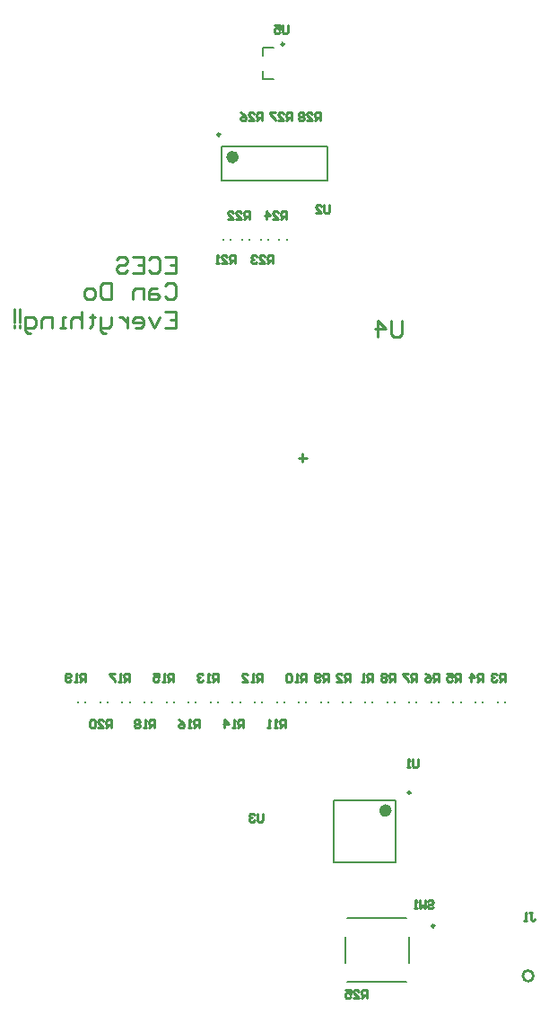
<source format=gbo>
G04*
G04 #@! TF.GenerationSoftware,Altium Limited,Altium Designer,18.1.9 (240)*
G04*
G04 Layer_Color=32896*
%FSLAX25Y25*%
%MOIN*%
G70*
G01*
G75*
%ADD10C,0.01000*%
%ADD11C,0.00787*%
%ADD45C,0.00984*%
%ADD46C,0.02362*%
D10*
X199900Y13200D02*
G03*
X199900Y13200I-2000J0D01*
G01*
X112600Y205400D02*
X115600D01*
X114100Y203900D02*
Y206900D01*
X63001Y279992D02*
X67000D01*
Y273994D01*
X63001D01*
X67000Y276993D02*
X65001D01*
X57003Y278993D02*
X58003Y279992D01*
X60002D01*
X61002Y278993D01*
Y274994D01*
X60002Y273994D01*
X58003D01*
X57003Y274994D01*
X51005Y279992D02*
X55004D01*
Y273994D01*
X51005D01*
X55004Y276993D02*
X53004D01*
X45007Y278993D02*
X46007Y279992D01*
X48006D01*
X49006Y278993D01*
Y277993D01*
X48006Y276993D01*
X46007D01*
X45007Y275994D01*
Y274994D01*
X46007Y273994D01*
X48006D01*
X49006Y274994D01*
X63001Y269395D02*
X64001Y270395D01*
X66000D01*
X67000Y269395D01*
Y265396D01*
X66000Y264397D01*
X64001D01*
X63001Y265396D01*
X60002Y268395D02*
X58003D01*
X57003Y267396D01*
Y264397D01*
X60002D01*
X61002Y265396D01*
X60002Y266396D01*
X57003D01*
X55004Y264397D02*
Y268395D01*
X52005D01*
X51005Y267396D01*
Y264397D01*
X43008Y270395D02*
Y264397D01*
X40009D01*
X39009Y265396D01*
Y269395D01*
X40009Y270395D01*
X43008D01*
X36010Y264397D02*
X34011D01*
X33011Y265396D01*
Y267396D01*
X34011Y268395D01*
X36010D01*
X37010Y267396D01*
Y265396D01*
X36010Y264397D01*
X63001Y259797D02*
X67000D01*
Y253799D01*
X63001D01*
X67000Y256798D02*
X65001D01*
X61002Y257798D02*
X59003Y253799D01*
X57003Y257798D01*
X52005Y253799D02*
X54004D01*
X55004Y254799D01*
Y256798D01*
X54004Y257798D01*
X52005D01*
X51005Y256798D01*
Y255799D01*
X55004D01*
X49006Y257798D02*
Y253799D01*
Y255799D01*
X48006Y256798D01*
X47006Y257798D01*
X46007D01*
X43008D02*
Y254799D01*
X42008Y253799D01*
X39009D01*
Y252800D01*
X40009Y251800D01*
X41008D01*
X39009Y253799D02*
Y257798D01*
X36010Y258798D02*
Y257798D01*
X37010D01*
X35010D01*
X36010D01*
Y254799D01*
X35010Y253799D01*
X32011Y259797D02*
Y253799D01*
Y256798D01*
X31012Y257798D01*
X29012D01*
X28013Y256798D01*
Y253799D01*
X26013D02*
X24014D01*
X25014D01*
Y257798D01*
X26013D01*
X21015Y253799D02*
Y257798D01*
X18016D01*
X17016Y256798D01*
Y253799D01*
X13017Y251800D02*
X12018D01*
X11018Y252800D01*
Y257798D01*
X14017D01*
X15017Y256798D01*
Y254799D01*
X14017Y253799D01*
X11018D01*
X9019Y255799D02*
Y260797D01*
Y254799D02*
Y253799D01*
X7019Y255799D02*
Y260797D01*
Y254799D02*
Y253799D01*
X120500Y330600D02*
Y333599D01*
X119000D01*
X118501Y333099D01*
Y332100D01*
X119000Y331600D01*
X120500D01*
X119500D02*
X118501Y330600D01*
X115502D02*
X117501D01*
X115502Y332599D01*
Y333099D01*
X116001Y333599D01*
X117001D01*
X117501Y333099D01*
X114502D02*
X114002Y333599D01*
X113002D01*
X112503Y333099D01*
Y332599D01*
X113002Y332100D01*
X112503Y331600D01*
Y331100D01*
X113002Y330600D01*
X114002D01*
X114502Y331100D01*
Y331600D01*
X114002Y332100D01*
X114502Y332599D01*
Y333099D01*
X114002Y332100D02*
X113002D01*
X151099Y256398D02*
Y251400D01*
X150100Y250400D01*
X148100D01*
X147101Y251400D01*
Y256398D01*
X142102Y250400D02*
Y256398D01*
X145101Y253399D01*
X141103D01*
X99192Y73366D02*
Y70867D01*
X98692Y70367D01*
X97693D01*
X97193Y70867D01*
Y73366D01*
X96193Y72866D02*
X95693Y73366D01*
X94694D01*
X94194Y72866D01*
Y72366D01*
X94694Y71866D01*
X95193D01*
X94694D01*
X94194Y71367D01*
Y70867D01*
X94694Y70367D01*
X95693D01*
X96193Y70867D01*
X108600Y365999D02*
Y363500D01*
X108100Y363000D01*
X107100D01*
X106601Y363500D01*
Y365999D01*
X103602D02*
X105601D01*
Y364499D01*
X104601Y364999D01*
X104101D01*
X103602Y364499D01*
Y363500D01*
X104101Y363000D01*
X105101D01*
X105601Y363500D01*
X124000Y299299D02*
Y296800D01*
X123500Y296300D01*
X122501D01*
X122001Y296800D01*
Y299299D01*
X119002Y296300D02*
X121001D01*
X119002Y298299D01*
Y298799D01*
X119501Y299299D01*
X120501D01*
X121001Y298799D01*
X156918Y93603D02*
Y91104D01*
X156418Y90604D01*
X155419D01*
X154919Y91104D01*
Y93603D01*
X153919Y90604D02*
X152919D01*
X153419D01*
Y93603D01*
X153919Y93103D01*
X160542Y40685D02*
X161041Y41185D01*
X162041D01*
X162541Y40685D01*
Y40185D01*
X162041Y39685D01*
X161041D01*
X160542Y39186D01*
Y38686D01*
X161041Y38186D01*
X162041D01*
X162541Y38686D01*
X159542Y41185D02*
Y38186D01*
X158542Y39186D01*
X157543Y38186D01*
Y41185D01*
X156543Y38186D02*
X155543D01*
X156043D01*
Y41185D01*
X156543Y40685D01*
X110135Y330600D02*
Y333599D01*
X108635D01*
X108136Y333099D01*
Y332100D01*
X108635Y331600D01*
X110135D01*
X109135D02*
X108136Y330600D01*
X105137D02*
X107136D01*
X105137Y332599D01*
Y333099D01*
X105637Y333599D01*
X106636D01*
X107136Y333099D01*
X104137Y333599D02*
X102138D01*
Y333099D01*
X104137Y331100D01*
Y330600D01*
X99000D02*
Y333599D01*
X97500D01*
X97001Y333099D01*
Y332100D01*
X97500Y331600D01*
X99000D01*
X98000D02*
X97001Y330600D01*
X94002D02*
X96001D01*
X94002Y332599D01*
Y333099D01*
X94501Y333599D01*
X95501D01*
X96001Y333099D01*
X91003Y333599D02*
X92002Y333099D01*
X93002Y332100D01*
Y331100D01*
X92502Y330600D01*
X91502D01*
X91003Y331100D01*
Y331600D01*
X91502Y332100D01*
X93002D01*
X137900Y4900D02*
Y7899D01*
X136400D01*
X135901Y7399D01*
Y6400D01*
X136400Y5900D01*
X137900D01*
X136900D02*
X135901Y4900D01*
X132902D02*
X134901D01*
X132902Y6899D01*
Y7399D01*
X133401Y7899D01*
X134401D01*
X134901Y7399D01*
X129903Y7899D02*
X131902D01*
Y6400D01*
X130902Y6899D01*
X130402D01*
X129903Y6400D01*
Y5400D01*
X130402Y4900D01*
X131402D01*
X131902Y5400D01*
X108100Y294000D02*
Y296999D01*
X106600D01*
X106101Y296499D01*
Y295499D01*
X106600Y295000D01*
X108100D01*
X107100D02*
X106101Y294000D01*
X103102D02*
X105101D01*
X103102Y295999D01*
Y296499D01*
X103601Y296999D01*
X104601D01*
X105101Y296499D01*
X100602Y294000D02*
Y296999D01*
X102102Y295499D01*
X100103D01*
X103100Y277600D02*
Y280599D01*
X101601D01*
X101101Y280099D01*
Y279099D01*
X101601Y278600D01*
X103100D01*
X102100D02*
X101101Y277600D01*
X98102D02*
X100101D01*
X98102Y279599D01*
Y280099D01*
X98601Y280599D01*
X99601D01*
X100101Y280099D01*
X97102D02*
X96602Y280599D01*
X95602D01*
X95103Y280099D01*
Y279599D01*
X95602Y279099D01*
X96102D01*
X95602D01*
X95103Y278600D01*
Y278100D01*
X95602Y277600D01*
X96602D01*
X97102Y278100D01*
X94300Y294000D02*
Y296999D01*
X92800D01*
X92301Y296499D01*
Y295499D01*
X92800Y295000D01*
X94300D01*
X93300D02*
X92301Y294000D01*
X89302D02*
X91301D01*
X89302Y295999D01*
Y296499D01*
X89801Y296999D01*
X90801D01*
X91301Y296499D01*
X86303Y294000D02*
X88302D01*
X86303Y295999D01*
Y296499D01*
X86802Y296999D01*
X87802D01*
X88302Y296499D01*
X88900Y277600D02*
Y280599D01*
X87401D01*
X86901Y280099D01*
Y279099D01*
X87401Y278600D01*
X88900D01*
X87900D02*
X86901Y277600D01*
X83902D02*
X85901D01*
X83902Y279599D01*
Y280099D01*
X84401Y280599D01*
X85401D01*
X85901Y280099D01*
X82902Y277600D02*
X81902D01*
X82402D01*
Y280599D01*
X82902Y280099D01*
X43100Y105200D02*
Y108199D01*
X41600D01*
X41101Y107699D01*
Y106700D01*
X41600Y106200D01*
X43100D01*
X42100D02*
X41101Y105200D01*
X38102D02*
X40101D01*
X38102Y107199D01*
Y107699D01*
X38601Y108199D01*
X39601D01*
X40101Y107699D01*
X37102D02*
X36602Y108199D01*
X35602D01*
X35103Y107699D01*
Y105700D01*
X35602Y105200D01*
X36602D01*
X37102Y105700D01*
Y107699D01*
X33400Y122400D02*
Y125399D01*
X31901D01*
X31401Y124899D01*
Y123899D01*
X31901Y123400D01*
X33400D01*
X32400D02*
X31401Y122400D01*
X30401D02*
X29401D01*
X29901D01*
Y125399D01*
X30401Y124899D01*
X27902Y122900D02*
X27402Y122400D01*
X26402D01*
X25902Y122900D01*
Y124899D01*
X26402Y125399D01*
X27402D01*
X27902Y124899D01*
Y124399D01*
X27402Y123899D01*
X25902D01*
X59075Y105200D02*
Y108199D01*
X57576D01*
X57076Y107699D01*
Y106700D01*
X57576Y106200D01*
X59075D01*
X58075D02*
X57076Y105200D01*
X56076D02*
X55076D01*
X55576D01*
Y108199D01*
X56076Y107699D01*
X53577D02*
X53077Y108199D01*
X52077D01*
X51578Y107699D01*
Y107199D01*
X52077Y106700D01*
X51578Y106200D01*
Y105700D01*
X52077Y105200D01*
X53077D01*
X53577Y105700D01*
Y106200D01*
X53077Y106700D01*
X53577Y107199D01*
Y107699D01*
X53077Y106700D02*
X52077D01*
X49800Y122356D02*
Y125355D01*
X48300D01*
X47801Y124855D01*
Y123855D01*
X48300Y123356D01*
X49800D01*
X48800D02*
X47801Y122356D01*
X46801D02*
X45801D01*
X46301D01*
Y125355D01*
X46801Y124855D01*
X44302Y125355D02*
X42302D01*
Y124855D01*
X44302Y122856D01*
Y122356D01*
X75550Y105200D02*
Y108199D01*
X74050D01*
X73550Y107699D01*
Y106700D01*
X74050Y106200D01*
X75550D01*
X74550D02*
X73550Y105200D01*
X72551D02*
X71551D01*
X72051D01*
Y108199D01*
X72551Y107699D01*
X68052Y108199D02*
X69052Y107699D01*
X70052Y106700D01*
Y105700D01*
X69552Y105200D01*
X68552D01*
X68052Y105700D01*
Y106200D01*
X68552Y106700D01*
X70052D01*
X66140Y122412D02*
Y125411D01*
X64640D01*
X64141Y124911D01*
Y123911D01*
X64640Y123412D01*
X66140D01*
X65140D02*
X64141Y122412D01*
X63141D02*
X62141D01*
X62641D01*
Y125411D01*
X63141Y124911D01*
X58643Y125411D02*
X60642D01*
Y123911D01*
X59642Y124411D01*
X59142D01*
X58643Y123911D01*
Y122912D01*
X59142Y122412D01*
X60142D01*
X60642Y122912D01*
X92025Y105200D02*
Y108199D01*
X90525D01*
X90025Y107699D01*
Y106700D01*
X90525Y106200D01*
X92025D01*
X91025D02*
X90025Y105200D01*
X89026D02*
X88026D01*
X88526D01*
Y108199D01*
X89026Y107699D01*
X85027Y105200D02*
Y108199D01*
X86527Y106700D01*
X84527D01*
X82580Y122412D02*
Y125411D01*
X81081D01*
X80581Y124911D01*
Y123911D01*
X81081Y123412D01*
X82580D01*
X81580D02*
X80581Y122412D01*
X79581D02*
X78581D01*
X79081D01*
Y125411D01*
X79581Y124911D01*
X77082D02*
X76582Y125411D01*
X75582D01*
X75082Y124911D01*
Y124411D01*
X75582Y123911D01*
X76082D01*
X75582D01*
X75082Y123412D01*
Y122912D01*
X75582Y122412D01*
X76582D01*
X77082Y122912D01*
X99000Y122356D02*
Y125355D01*
X97500D01*
X97001Y124855D01*
Y123855D01*
X97500Y123356D01*
X99000D01*
X98000D02*
X97001Y122356D01*
X96001D02*
X95001D01*
X95501D01*
Y125355D01*
X96001Y124855D01*
X91502Y122356D02*
X93502D01*
X91502Y124355D01*
Y124855D01*
X92002Y125355D01*
X93002D01*
X93502Y124855D01*
X107500Y105200D02*
Y108199D01*
X106000D01*
X105501Y107699D01*
Y106700D01*
X106000Y106200D01*
X107500D01*
X106500D02*
X105501Y105200D01*
X104501D02*
X103501D01*
X104001D01*
Y108199D01*
X104501Y107699D01*
X102002Y105200D02*
X101002D01*
X101502D01*
Y108199D01*
X102002Y107699D01*
X115478Y122200D02*
Y125199D01*
X113978D01*
X113479Y124699D01*
Y123699D01*
X113978Y123200D01*
X115478D01*
X114478D02*
X113479Y122200D01*
X112479D02*
X111479D01*
X111979D01*
Y125199D01*
X112479Y124699D01*
X109980D02*
X109480Y125199D01*
X108480D01*
X107980Y124699D01*
Y122700D01*
X108480Y122200D01*
X109480D01*
X109980Y122700D01*
Y124699D01*
X123600Y122356D02*
Y125355D01*
X122100D01*
X121601Y124855D01*
Y123855D01*
X122100Y123356D01*
X123600D01*
X122600D02*
X121601Y122356D01*
X120601Y122856D02*
X120101Y122356D01*
X119101D01*
X118602Y122856D01*
Y124855D01*
X119101Y125355D01*
X120101D01*
X120601Y124855D01*
Y124355D01*
X120101Y123855D01*
X118602D01*
X148200Y122400D02*
Y125399D01*
X146701D01*
X146201Y124899D01*
Y123899D01*
X146701Y123400D01*
X148200D01*
X147200D02*
X146201Y122400D01*
X145201Y124899D02*
X144701Y125399D01*
X143701D01*
X143202Y124899D01*
Y124399D01*
X143701Y123899D01*
X143202Y123400D01*
Y122900D01*
X143701Y122400D01*
X144701D01*
X145201Y122900D01*
Y123400D01*
X144701Y123899D01*
X145201Y124399D01*
Y124899D01*
X144701Y123899D02*
X143701D01*
X156400Y122400D02*
Y125399D01*
X154901D01*
X154401Y124899D01*
Y123899D01*
X154901Y123400D01*
X156400D01*
X155400D02*
X154401Y122400D01*
X153401Y125399D02*
X151402D01*
Y124899D01*
X153401Y122900D01*
Y122400D01*
X164600D02*
Y125399D01*
X163101D01*
X162601Y124899D01*
Y123899D01*
X163101Y123400D01*
X164600D01*
X163600D02*
X162601Y122400D01*
X159602Y125399D02*
X160601Y124899D01*
X161601Y123899D01*
Y122900D01*
X161101Y122400D01*
X160101D01*
X159602Y122900D01*
Y123400D01*
X160101Y123899D01*
X161601D01*
X172800Y122356D02*
Y125355D01*
X171300D01*
X170801Y124855D01*
Y123855D01*
X171300Y123356D01*
X172800D01*
X171800D02*
X170801Y122356D01*
X167802Y125355D02*
X169801D01*
Y123855D01*
X168801Y124355D01*
X168301D01*
X167802Y123855D01*
Y122856D01*
X168301Y122356D01*
X169301D01*
X169801Y122856D01*
X181000Y122400D02*
Y125399D01*
X179500D01*
X179001Y124899D01*
Y123899D01*
X179500Y123400D01*
X181000D01*
X180000D02*
X179001Y122400D01*
X176501D02*
Y125399D01*
X178001Y123899D01*
X176002D01*
X189200Y122412D02*
Y125411D01*
X187700D01*
X187201Y124911D01*
Y123911D01*
X187700Y123412D01*
X189200D01*
X188200D02*
X187201Y122412D01*
X186201Y124911D02*
X185701Y125411D01*
X184701D01*
X184202Y124911D01*
Y124411D01*
X184701Y123911D01*
X185201D01*
X184701D01*
X184202Y123412D01*
Y122912D01*
X184701Y122412D01*
X185701D01*
X186201Y122912D01*
X131800Y122412D02*
Y125411D01*
X130300D01*
X129801Y124911D01*
Y123911D01*
X130300Y123412D01*
X131800D01*
X130800D02*
X129801Y122412D01*
X126802D02*
X128801D01*
X126802Y124411D01*
Y124911D01*
X127301Y125411D01*
X128301D01*
X128801Y124911D01*
X140000Y122412D02*
Y125411D01*
X138500D01*
X138001Y124911D01*
Y123911D01*
X138500Y123412D01*
X140000D01*
X139000D02*
X138001Y122412D01*
X137001D02*
X136001D01*
X136501D01*
Y125411D01*
X137001Y124911D01*
X198450Y36722D02*
X199449D01*
X198949D01*
Y34223D01*
X199449Y33723D01*
X199949D01*
X200449Y34223D01*
X197450Y33723D02*
X196450D01*
X196950D01*
Y36722D01*
X197450Y36222D01*
D11*
X84115Y320999D02*
X123485D01*
X84115Y308401D02*
X123485D01*
X84115D02*
Y320999D01*
X123485Y308401D02*
Y320999D01*
X87478Y286203D02*
Y286597D01*
X84722Y286203D02*
Y286597D01*
X101278Y286203D02*
Y286597D01*
X98522Y286203D02*
Y286597D01*
X38922Y114559D02*
Y114953D01*
X41678Y114559D02*
Y114953D01*
X55322Y114559D02*
Y114953D01*
X58078Y114559D02*
Y114953D01*
X71722Y114559D02*
Y114953D01*
X74478Y114559D02*
Y114953D01*
X88122Y114559D02*
Y114953D01*
X90878Y114559D02*
Y114953D01*
X104522Y114559D02*
Y114953D01*
X107278Y114559D02*
Y114953D01*
X112722Y114559D02*
Y114953D01*
X115478Y114559D02*
Y114953D01*
X178322Y114559D02*
Y114953D01*
X181078Y114559D02*
Y114953D01*
X108178Y286203D02*
Y286597D01*
X105422Y286203D02*
Y286597D01*
X94378Y286203D02*
Y286597D01*
X91622Y286203D02*
Y286597D01*
X96322Y114559D02*
Y114953D01*
X99078Y114559D02*
Y114953D01*
X120922Y114559D02*
Y114953D01*
X123678Y114559D02*
Y114953D01*
X30722Y114559D02*
Y114953D01*
X33478Y114559D02*
Y114953D01*
X145522Y114559D02*
Y114953D01*
X148278Y114559D02*
Y114953D01*
X153722Y114559D02*
Y114953D01*
X156478Y114559D02*
Y114953D01*
X161922Y114559D02*
Y114953D01*
X164678Y114559D02*
Y114953D01*
X47122Y114559D02*
Y114953D01*
X49878Y114559D02*
Y114953D01*
X170122Y114559D02*
Y114953D01*
X172878Y114559D02*
Y114953D01*
X63522Y114559D02*
Y114953D01*
X66278Y114559D02*
Y114953D01*
X186522Y114559D02*
Y114953D01*
X189278Y114559D02*
Y114953D01*
X79922Y114559D02*
Y114953D01*
X82678Y114559D02*
Y114953D01*
X129122Y114559D02*
Y114953D01*
X131878Y114559D02*
Y114953D01*
X137322Y114559D02*
Y114953D01*
X140078Y114559D02*
Y114953D01*
X99344Y357705D02*
X103281D01*
X99344Y354654D02*
Y357705D01*
Y345895D02*
X103281D01*
X99344D02*
Y348946D01*
X148779Y55261D02*
Y78489D01*
X125550Y55261D02*
Y78489D01*
X148779D01*
X125550Y55261D02*
X148779D01*
X130676Y34711D02*
X152724D01*
X153511Y18176D02*
Y27624D01*
X129889Y18176D02*
Y27624D01*
X130676Y11089D02*
X152724D01*
D45*
X83446Y325428D02*
G03*
X83446Y325428I-492J0D01*
G01*
X107218Y358985D02*
G03*
X107218Y358985I-492J0D01*
G01*
X154192Y81147D02*
G03*
X154192Y81147I-492J0D01*
G01*
X163058Y31758D02*
G03*
X163058Y31758I-492J0D01*
G01*
D46*
X89233Y317062D02*
G03*
X89233Y317062I-1181J0D01*
G01*
X146023Y74552D02*
G03*
X146023Y74552I-1181J0D01*
G01*
M02*

</source>
